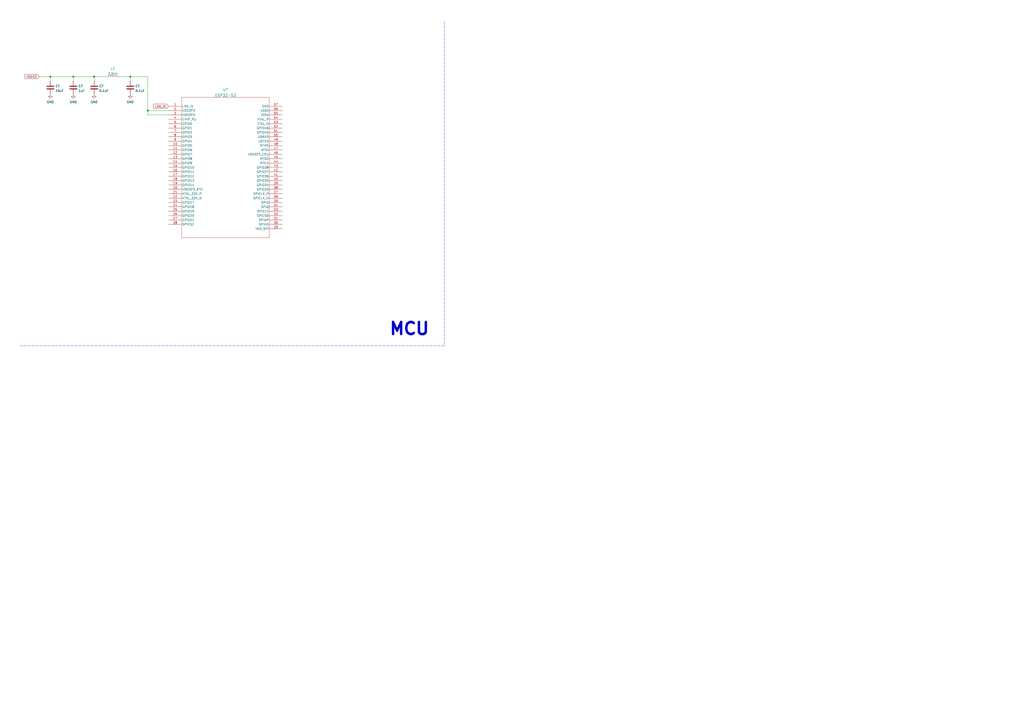
<source format=kicad_sch>
(kicad_sch (version 20211123) (generator eeschema)
  (paper "A2")
  (lib_symbols
    (symbol "Device:C" (pin_numbers hide) (pin_names (offset 0.254))
      (property "Reference" "C" (at 0.635 2.54 0))
      (property "Value" "C" (at 0.635 -2.54 0))
      (symbol "C_0_1"
        (polyline (pts (xy -2.032 -0.762) (xy 2.032 -0.762)) (stroke (width 0.508)))
        (polyline (pts (xy -2.032 0.762) (xy 2.032 0.762)) (stroke (width 0.508)))
      )
      (symbol "C_1_1"
        (pin passive line (at 0 3.81 270) (length 2.794) (name "~") (number "1"))
        (pin passive line (at 0 -3.81 90) (length 2.794) (name "~") (number "2"))
      )
    )
    (symbol "Device:L" (pin_numbers hide) (pin_names (offset 1.016) hide)
      (property "Reference" "L" (at -1.27 0 90))
      (property "Value" "L" (at 1.905 0 90))
      (symbol "L_0_1"
        (arc (start 0 -2.54) (mid 0.635 -1.905) (end 0 -1.27))
        (arc (start 0 -1.27) (mid 0.635 -0.635) (end 0 0))
        (arc (start 0 0) (mid 0.635 0.635) (end 0 1.27))
        (arc (start 0 1.27) (mid 0.635 1.905) (end 0 2.54))
      )
      (symbol "L_1_1"
        (pin passive line (at 0 3.81 270) (length 1.27) (name "1") (number "1"))
        (pin passive line (at 0 -3.81 90) (length 1.27) (name "2") (number "2"))
      )
    )
    (symbol "ESP32S3:ESP32-S3" (pin_names (offset 0.254))
      (property "Reference" "U" (at 33.02 10.16 0))
      (property "Value" "ESP32-S3" (at 33.02 7.62 0))
      (symbol "ESP32-S3_0_1"
        (polyline (pts (xy 7.62 -76.2) (xy 58.42 -76.2)) (stroke (width 0.127)))
        (polyline (pts (xy 7.62 5.08) (xy 7.62 -76.2)) (stroke (width 0.127)))
        (polyline (pts (xy 58.42 -76.2) (xy 58.42 5.08)) (stroke (width 0.127)))
        (polyline (pts (xy 58.42 5.08) (xy 7.62 5.08)) (stroke (width 0.127)))
        (pin bidirectional line (at 0 0 0) (length 7.62) (name "LNA_IN") (number "1"))
        (pin bidirectional line (at 0 -22.86 0) (length 7.62) (name "GPIO5") (number "10"))
        (pin bidirectional line (at 0 -25.4 0) (length 7.62) (name "GPIO6") (number "11"))
        (pin bidirectional line (at 0 -27.94 0) (length 7.62) (name "GPIO7") (number "12"))
        (pin bidirectional line (at 0 -30.48 0) (length 7.62) (name "GPIO8") (number "13"))
        (pin bidirectional line (at 0 -33.02 0) (length 7.62) (name "GPIO9") (number "14"))
        (pin bidirectional line (at 0 -35.56 0) (length 7.62) (name "GPIO10") (number "15"))
        (pin bidirectional line (at 0 -38.1 0) (length 7.62) (name "GPIO11") (number "16"))
        (pin bidirectional line (at 0 -40.64 0) (length 7.62) (name "GPIO12") (number "17"))
        (pin bidirectional line (at 0 -43.18 0) (length 7.62) (name "GPIO13") (number "18"))
        (pin bidirectional line (at 0 -45.72 0) (length 7.62) (name "GPIO14") (number "19"))
        (pin power_in line (at 0 -2.54 0) (length 7.62) (name "VDD3P3") (number "2"))
        (pin power_in line (at 0 -48.26 0) (length 7.62) (name "VDD3P3_RTC") (number "20"))
        (pin bidirectional line (at 0 -50.8 0) (length 7.62) (name "XTAL_32K_P") (number "21"))
        (pin bidirectional line (at 0 -53.34 0) (length 7.62) (name "XTAL_32K_N") (number "22"))
        (pin bidirectional line (at 0 -55.88 0) (length 7.62) (name "GPIO17") (number "23"))
        (pin bidirectional line (at 0 -58.42 0) (length 7.62) (name "GPIO18") (number "24"))
        (pin bidirectional line (at 0 -60.96 0) (length 7.62) (name "GPIO19") (number "25"))
        (pin bidirectional line (at 0 -63.5 0) (length 7.62) (name "GPIO20") (number "26"))
        (pin bidirectional line (at 0 -66.04 0) (length 7.62) (name "GPIO21") (number "27"))
        (pin bidirectional line (at 0 -68.58 0) (length 7.62) (name "SPICS1") (number "28"))
        (pin power_in line (at 66.04 -71.12 180) (length 7.62) (name "VDD_SPI") (number "29"))
        (pin power_in line (at 0 -5.08 0) (length 7.62) (name "VDD3P3") (number "3"))
        (pin bidirectional line (at 66.04 -68.58 180) (length 7.62) (name "SPIHD") (number "30"))
        (pin bidirectional line (at 66.04 -66.04 180) (length 7.62) (name "SPIWP") (number "31"))
        (pin bidirectional line (at 66.04 -63.5 180) (length 7.62) (name "SPICS0") (number "32"))
        (pin bidirectional line (at 66.04 -60.96 180) (length 7.62) (name "SPICLK") (number "33"))
        (pin bidirectional line (at 66.04 -58.42 180) (length 7.62) (name "SPIQ") (number "34"))
        (pin bidirectional line (at 66.04 -55.88 180) (length 7.62) (name "SPID") (number "35"))
        (pin bidirectional line (at 66.04 -53.34 180) (length 7.62) (name "SPICLK_N") (number "36"))
        (pin bidirectional line (at 66.04 -50.8 180) (length 7.62) (name "SPICLK_P") (number "37"))
        (pin bidirectional line (at 66.04 -48.26 180) (length 7.62) (name "GPIO33") (number "38"))
        (pin bidirectional line (at 66.04 -45.72 180) (length 7.62) (name "GPIO34") (number "39"))
        (pin input line (at 0 -7.62 0) (length 7.62) (name "CHIP_PU") (number "4"))
        (pin bidirectional line (at 66.04 -43.18 180) (length 7.62) (name "GPIO35") (number "40"))
        (pin bidirectional line (at 66.04 -40.64 180) (length 7.62) (name "GPIO36") (number "41"))
        (pin bidirectional line (at 66.04 -38.1 180) (length 7.62) (name "GPIO37") (number "42"))
        (pin bidirectional line (at 66.04 -35.56 180) (length 7.62) (name "GPIO38") (number "43"))
        (pin bidirectional line (at 66.04 -33.02 180) (length 7.62) (name "MTCK") (number "44"))
        (pin bidirectional line (at 66.04 -30.48 180) (length 7.62) (name "MTDO") (number "45"))
        (pin power_in line (at 66.04 -27.94 180) (length 7.62) (name "VDD3P3_CPU") (number "46"))
        (pin bidirectional line (at 66.04 -25.4 180) (length 7.62) (name "MTDI") (number "47"))
        (pin bidirectional line (at 66.04 -22.86 180) (length 7.62) (name "MTMS") (number "48"))
        (pin bidirectional line (at 66.04 -20.32 180) (length 7.62) (name "U0TXD") (number "49"))
        (pin bidirectional line (at 0 -10.16 0) (length 7.62) (name "GPIO0") (number "5"))
        (pin bidirectional line (at 66.04 -17.78 180) (length 7.62) (name "U0RXD") (number "50"))
        (pin bidirectional line (at 66.04 -15.24 180) (length 7.62) (name "GPIO45") (number "51"))
        (pin bidirectional line (at 66.04 -12.7 180) (length 7.62) (name "GPIO46") (number "52"))
        (pin output line (at 66.04 -10.16 180) (length 7.62) (name "XTAL_N") (number "53"))
        (pin input line (at 66.04 -7.62 180) (length 7.62) (name "XTAL_P") (number "54"))
        (pin power_in line (at 66.04 -5.08 180) (length 7.62) (name "VDDA") (number "55"))
        (pin power_in line (at 66.04 -2.54 180) (length 7.62) (name "VDDA") (number "56"))
        (pin power_out line (at 66.04 0 180) (length 7.62) (name "GND") (number "57"))
        (pin bidirectional line (at 0 -12.7 0) (length 7.62) (name "GPIO1") (number "6"))
        (pin bidirectional line (at 0 -15.24 0) (length 7.62) (name "GPIO2") (number "7"))
        (pin bidirectional line (at 0 -17.78 0) (length 7.62) (name "GPIO3") (number "8"))
        (pin bidirectional line (at 0 -20.32 0) (length 7.62) (name "GPIO4") (number "9"))
      )
    )
    (symbol "power:GND" (power) (pin_names (offset 0))
      (property "Value" "GND" (at 0 -3.81 0))
      (symbol "GND_0_1"
        (polyline (pts (xy 0 0) (xy 0 -1.27) (xy 1.27 -1.27) (xy 0 -2.54) (xy -1.27 -1.27) (xy 0 -1.27)))
      )
      (symbol "GND_1_1"
        (pin power_in line (at 0 0 270) (length 0) hide (name "GND") (number "1"))
      )
    )
  )
  (junction (at 75.565 44.45))
  (junction (at 42.545 44.45))
  (junction (at 29.21 44.45))
  (junction (at 54.61 44.45))
  (junction (at 85.725 64.135))
  (wire (pts (xy 22.86 44.45) (xy 29.21 44.45)))
  (wire (pts (xy 97.79 66.675) (xy 85.725 66.675)))
  (wire (pts (xy 75.565 44.45) (xy 75.565 46.99)))
  (wire (pts (xy 54.61 44.45) (xy 61.595 44.45)))
  (wire (pts (xy 85.725 64.135) (xy 85.725 44.45)))
  (polyline (pts (xy 11.43 200.66) (xy 257.81 200.66)))
  (wire (pts (xy 54.61 44.45) (xy 54.61 46.99)))
  (wire (pts (xy 29.21 44.45) (xy 29.21 46.99)))
  (wire (pts (xy 85.725 66.675) (xy 85.725 64.135)))
  (polyline (pts (xy 257.81 12.7) (xy 257.81 200.66)))
  (wire (pts (xy 42.545 44.45) (xy 42.545 46.99)))
  (wire (pts (xy 69.215 44.45) (xy 75.565 44.45)))
  (wire (pts (xy 29.21 44.45) (xy 42.545 44.45)))
  (wire (pts (xy 75.565 44.45) (xy 85.725 44.45)))
  (wire (pts (xy 42.545 44.45) (xy 54.61 44.45)))
  (wire (pts (xy 97.79 64.135) (xy 85.725 64.135)))
  (text "MCU" (at 225.425 194.945 0) (effects (font (size 7 7) (thickness 1.4) bold) (justify left bottom)))
  (global_label "LNA_IN" (shape input) (at 97.79 61.595 180) (property "Intersheet References" "${INTERSHEET_REFS}" (effects hide)))
  (global_label "VDD33" (shape input) (at 22.86 44.45 180) (property "Intersheet References" "${INTERSHEET_REFS}" (effects hide)))
  (symbol (lib_id "Device:C") (at 42.545 50.8 0) (unit 1)
    (property "Reference" "C?" (at 45.466 49.8915 0) (effects (justify left)))
    (property "Value" "1uF" (at 45.466 52.6666 0) (effects (justify left)))
  )
  (symbol (lib_id "power:GND") (at 54.61 54.61 0) (unit 1)
    (property "Reference" "#PWR?" (effects hide))
    (property "Value" "GND" (at 54.61 59.1725 0))
  )
  (symbol (lib_id "ESP32S3:ESP32-S3") (at 97.79 61.595 0) (unit 1)
    (property "Reference" "U?" (at 130.81 52.0476 0) (effects (font (size 1.524 1.524))))
    (property "Value" "ESP32-S3" (at 130.81 55.3266 0) (effects (font (size 1.524 1.524))))
    (property "Footprint" "QFN56_7X7_EXP" (effects hide))
    (property "Datasheet" "ESP32-S3" (effects hide))
  )
  (symbol (lib_id "power:GND") (at 75.565 54.61 0) (unit 1)
    (property "Reference" "#PWR?" (effects hide))
    (property "Value" "GND" (at 75.565 59.1725 0))
  )
  (symbol (lib_id "Device:C") (at 75.565 50.8 0) (unit 1)
    (property "Reference" "C?" (at 78.486 49.8915 0) (effects (justify left)))
    (property "Value" "0.1uF" (at 78.486 52.6666 0) (effects (justify left)))
  )
  (symbol (lib_id "Device:C") (at 54.61 50.8 0) (unit 1)
    (property "Reference" "C?" (at 57.531 49.8915 0) (effects (justify left)))
    (property "Value" "0.1uF" (at 57.531 52.6666 0) (effects (justify left)))
  )
  (symbol (lib_id "Device:C") (at 29.21 50.8 0) (unit 1)
    (property "Reference" "C?" (at 32.131 49.8915 0) (effects (justify left)))
    (property "Value" "10uF" (at 32.131 52.6666 0) (effects (justify left)))
  )
  (symbol (lib_id "power:GND") (at 42.545 54.61 0) (unit 1)
    (property "Reference" "#PWR?" (effects hide))
    (property "Value" "GND" (at 42.545 59.1725 0))
  )
  (symbol (lib_id "Device:L") (at 65.405 44.45 90) (unit 1)
    (property "Reference" "L?" (at 65.405 39.9755 90))
    (property "Value" "2.0nH" (at 65.405 42.7506 90))
  )
  (symbol (lib_id "power:GND") (at 29.21 54.61 0) (unit 1)
    (property "Reference" "#PWR?" (effects hide))
    (property "Value" "GND" (at 29.21 59.1725 0))
  )
)
</source>
